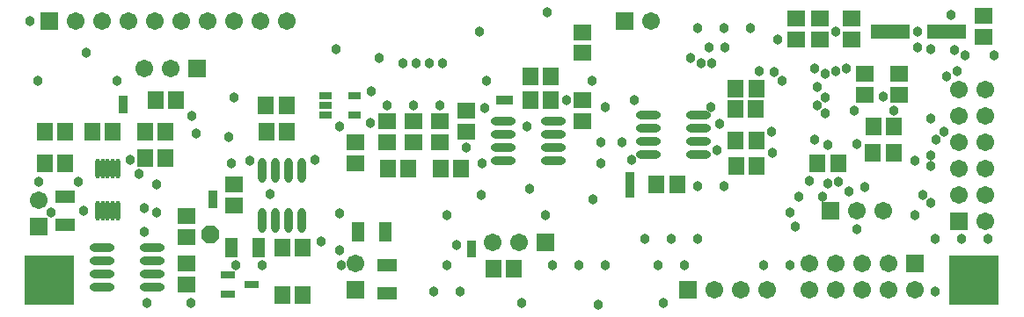
<source format=gbs>
G04 Layer_Color=16711935*
%FSLAX25Y25*%
%MOIN*%
G70*
G01*
G75*
%ADD44R,0.06706X0.06312*%
%ADD45P,0.07258X8X112.5*%
%ADD51R,0.06312X0.06706*%
%ADD52O,0.03162X0.09461*%
%ADD54R,0.05328X0.03162*%
%ADD57R,0.18800X0.18800*%
%ADD58C,0.06706*%
%ADD59R,0.06706X0.06706*%
%ADD60R,0.06706X0.06706*%
%ADD61C,0.03800*%
%ADD62R,0.03200X0.03200*%
%ADD63R,0.03200X0.03200*%
%ADD64O,0.09461X0.03162*%
%ADD65R,0.04737X0.03162*%
%ADD66R,0.14579X0.05524*%
%ADD67R,0.05131X0.07493*%
%ADD68R,0.07493X0.05131*%
%ADD69O,0.01981X0.07493*%
D44*
X170000Y75937D02*
D03*
Y68063D02*
D03*
X128000Y56063D02*
D03*
Y63937D02*
D03*
X214000Y105874D02*
D03*
Y98000D02*
D03*
Y72063D02*
D03*
Y79937D02*
D03*
X150000Y71937D02*
D03*
Y64063D02*
D03*
X160000D02*
D03*
Y71937D02*
D03*
X140000D02*
D03*
Y64063D02*
D03*
X366000Y111937D02*
D03*
Y104063D02*
D03*
X334000Y89937D02*
D03*
Y82063D02*
D03*
X321000Y89937D02*
D03*
Y82063D02*
D03*
X316000Y103063D02*
D03*
Y110937D02*
D03*
X304000D02*
D03*
Y103063D02*
D03*
X295000Y110937D02*
D03*
Y103063D02*
D03*
X64000Y17937D02*
D03*
Y10063D02*
D03*
Y28063D02*
D03*
Y35937D02*
D03*
X82000Y48000D02*
D03*
Y40126D02*
D03*
D45*
X73000Y29000D02*
D03*
D51*
X160126Y54000D02*
D03*
X168000D02*
D03*
X201937Y89000D02*
D03*
X194063D02*
D03*
Y80000D02*
D03*
X201937D02*
D03*
X242000Y48000D02*
D03*
X249874D02*
D03*
X101937Y68000D02*
D03*
X94063D02*
D03*
X140063Y54000D02*
D03*
X147937D02*
D03*
X94000Y78000D02*
D03*
X101874D02*
D03*
X324063Y70000D02*
D03*
X331937D02*
D03*
X331874Y60000D02*
D03*
X324000D02*
D03*
X303000Y56000D02*
D03*
X310874D02*
D03*
X279780Y84425D02*
D03*
X271905D02*
D03*
X279642Y76689D02*
D03*
X271768D02*
D03*
X279780Y64677D02*
D03*
X271905D02*
D03*
X279937Y55000D02*
D03*
X272063D02*
D03*
X188000Y16000D02*
D03*
X180126D02*
D03*
X100063Y6000D02*
D03*
X107937D02*
D03*
Y24000D02*
D03*
X100063D02*
D03*
X56000Y58000D02*
D03*
X48126D02*
D03*
X36000Y68000D02*
D03*
X28126D02*
D03*
X55937D02*
D03*
X48063D02*
D03*
X52063Y80000D02*
D03*
X59937D02*
D03*
X17937Y68000D02*
D03*
X10063D02*
D03*
Y56000D02*
D03*
X17937D02*
D03*
D52*
X107500Y53449D02*
D03*
X102500D02*
D03*
X97500D02*
D03*
X92500D02*
D03*
X107500Y34551D02*
D03*
X97500D02*
D03*
X102500D02*
D03*
X92500D02*
D03*
D54*
X88429Y10000D02*
D03*
X79571Y6260D02*
D03*
Y13740D02*
D03*
D57*
X362205Y11811D02*
D03*
X11811D02*
D03*
D58*
X366417Y34055D02*
D03*
Y44055D02*
D03*
X356417D02*
D03*
X366417Y54055D02*
D03*
X356417D02*
D03*
X366417Y64055D02*
D03*
X356417D02*
D03*
X366417Y74055D02*
D03*
X356417D02*
D03*
X366417Y84055D02*
D03*
X356417D02*
D03*
X8000Y42000D02*
D03*
X22000Y110000D02*
D03*
X42000D02*
D03*
X52000D02*
D03*
X62000D02*
D03*
X72000D02*
D03*
X82000D02*
D03*
X92000D02*
D03*
X102000D02*
D03*
X32000D02*
D03*
X48000Y92000D02*
D03*
X58000D02*
D03*
X180000Y26000D02*
D03*
X190000D02*
D03*
X240000Y110000D02*
D03*
X328000Y38000D02*
D03*
X318000D02*
D03*
X340000Y8000D02*
D03*
X330000Y18000D02*
D03*
Y8000D02*
D03*
X320000Y18000D02*
D03*
Y8000D02*
D03*
X310000Y18000D02*
D03*
Y8000D02*
D03*
X300000Y18000D02*
D03*
Y8000D02*
D03*
X264000D02*
D03*
X274000D02*
D03*
X284000D02*
D03*
X128000Y18000D02*
D03*
D59*
X356417Y34055D02*
D03*
X8000Y32000D02*
D03*
X128000Y8000D02*
D03*
D60*
X12000Y110000D02*
D03*
X68000Y92000D02*
D03*
X200000Y26000D02*
D03*
X230000Y110000D02*
D03*
X308000Y38000D02*
D03*
X340000Y18000D02*
D03*
X254000Y8000D02*
D03*
D61*
X370000Y97000D02*
D03*
X218000Y42500D02*
D03*
X175500Y44000D02*
D03*
X95500Y44500D02*
D03*
X134000Y83500D02*
D03*
X200500Y113500D02*
D03*
X233500Y80000D02*
D03*
X346000Y73000D02*
D03*
X294500Y32000D02*
D03*
X194000Y46500D02*
D03*
X23000Y49000D02*
D03*
X305000Y43500D02*
D03*
X300000Y49500D02*
D03*
X340000Y36500D02*
D03*
X328000Y81500D02*
D03*
X341000Y100000D02*
D03*
X318000Y63500D02*
D03*
X133500Y71500D02*
D03*
X200000Y36500D02*
D03*
X162500D02*
D03*
X120500Y99500D02*
D03*
X318000Y31000D02*
D03*
X346000Y55000D02*
D03*
X343000Y44000D02*
D03*
X346000Y59000D02*
D03*
Y41000D02*
D03*
X348000Y65000D02*
D03*
X359000Y97000D02*
D03*
X355000Y99000D02*
D03*
X352000Y89000D02*
D03*
X351000Y68000D02*
D03*
X289449Y87449D02*
D03*
X286402Y90598D02*
D03*
X288000Y103000D02*
D03*
X341000Y106000D02*
D03*
X268000Y100000D02*
D03*
X263000Y94000D02*
D03*
X259000D02*
D03*
X255000Y96000D02*
D03*
X317000Y76000D02*
D03*
X303000Y78000D02*
D03*
X306000Y81000D02*
D03*
Y75000D02*
D03*
X303000Y85000D02*
D03*
X332000Y76000D02*
D03*
X150000Y78000D02*
D03*
X302000Y65000D02*
D03*
X356000Y91000D02*
D03*
X340000Y57000D02*
D03*
X314000Y92000D02*
D03*
X310000Y106000D02*
D03*
X170000Y62000D02*
D03*
X122000Y70000D02*
D03*
X166200Y25200D02*
D03*
X81000Y56000D02*
D03*
X46000Y52000D02*
D03*
X8000Y49000D02*
D03*
X286000Y60000D02*
D03*
X266000Y71000D02*
D03*
X66000Y74000D02*
D03*
X137000Y96000D02*
D03*
X161000Y94000D02*
D03*
X175000Y106000D02*
D03*
X146000Y94000D02*
D03*
X151000D02*
D03*
X156000D02*
D03*
X48000Y39000D02*
D03*
Y30000D02*
D03*
X25000Y38000D02*
D03*
X122000Y23000D02*
D03*
X80000Y66000D02*
D03*
X140000Y78000D02*
D03*
X122000Y37000D02*
D03*
X221000Y56000D02*
D03*
X229000Y64000D02*
D03*
X176000Y56000D02*
D03*
X295756Y43244D02*
D03*
X281000Y91000D02*
D03*
X221000Y64000D02*
D03*
X193000Y70000D02*
D03*
X208000Y80000D02*
D03*
X177000Y77000D02*
D03*
X310000Y91000D02*
D03*
X302000Y92000D02*
D03*
X306000Y90000D02*
D03*
X262000Y100000D02*
D03*
X311000Y49000D02*
D03*
X160000Y78000D02*
D03*
X321000Y47000D02*
D03*
X265000Y61000D02*
D03*
X162500Y17500D02*
D03*
X157500Y7500D02*
D03*
X67500Y67500D02*
D03*
X12500Y37500D02*
D03*
X347500Y27500D02*
D03*
X242500Y17500D02*
D03*
X347500Y7500D02*
D03*
X237500Y27500D02*
D03*
X262500Y77500D02*
D03*
X257500Y27500D02*
D03*
X82500Y17500D02*
D03*
X367500Y27500D02*
D03*
X357500D02*
D03*
X277500Y107500D02*
D03*
X177500Y87500D02*
D03*
X292500Y17500D02*
D03*
X257500Y107500D02*
D03*
X42500Y57500D02*
D03*
X292500Y37500D02*
D03*
X282500Y17500D02*
D03*
X92500D02*
D03*
X267500Y107500D02*
D03*
X232500Y57500D02*
D03*
X112500D02*
D03*
X247500Y27500D02*
D03*
X217500Y87500D02*
D03*
X212500Y17500D02*
D03*
X52500Y37500D02*
D03*
X252500Y17500D02*
D03*
X202500D02*
D03*
X122500D02*
D03*
X37500Y87500D02*
D03*
X267500Y47500D02*
D03*
X7500Y87500D02*
D03*
X222500Y77500D02*
D03*
X257500Y47500D02*
D03*
X167500Y7500D02*
D03*
X222500Y17500D02*
D03*
X4500Y110000D02*
D03*
X52500Y48000D02*
D03*
X49000Y3000D02*
D03*
X65500D02*
D03*
X115000Y26500D02*
D03*
X88000Y57000D02*
D03*
X82000Y81000D02*
D03*
X26000Y98000D02*
D03*
X191000Y3000D02*
D03*
X220000Y2500D02*
D03*
X244500Y3000D02*
D03*
X315000Y45500D02*
D03*
X307000Y48500D02*
D03*
Y63000D02*
D03*
X285500Y68000D02*
D03*
X353500Y112500D02*
D03*
X346000Y99500D02*
D03*
D62*
X182800Y80000D02*
D03*
X186000D02*
D03*
D63*
X232000Y51200D02*
D03*
Y44800D02*
D03*
Y48000D02*
D03*
X172000Y25200D02*
D03*
Y22000D02*
D03*
X74000Y44000D02*
D03*
Y40800D02*
D03*
X40000Y76800D02*
D03*
Y80000D02*
D03*
D64*
X184000Y72000D02*
D03*
Y67000D02*
D03*
Y62000D02*
D03*
Y57000D02*
D03*
X202898Y72000D02*
D03*
Y62000D02*
D03*
Y67000D02*
D03*
Y57000D02*
D03*
X257732Y59240D02*
D03*
Y64240D02*
D03*
Y69240D02*
D03*
Y74240D02*
D03*
X238835Y59240D02*
D03*
Y69240D02*
D03*
Y64240D02*
D03*
Y74240D02*
D03*
X50898Y9000D02*
D03*
Y14000D02*
D03*
Y19000D02*
D03*
Y24000D02*
D03*
X32000Y9000D02*
D03*
Y19000D02*
D03*
Y14000D02*
D03*
Y24000D02*
D03*
D65*
X116587Y81740D02*
D03*
Y74260D02*
D03*
Y78000D02*
D03*
X127413Y81740D02*
D03*
Y74260D02*
D03*
D66*
X330347Y105999D02*
D03*
X352000Y106000D02*
D03*
D67*
X139315Y30000D02*
D03*
X128685D02*
D03*
X80685Y24000D02*
D03*
X91315D02*
D03*
D68*
X140000Y17315D02*
D03*
Y6685D02*
D03*
X18000Y32685D02*
D03*
Y43315D02*
D03*
D69*
X37937Y37929D02*
D03*
Y54071D02*
D03*
X35969D02*
D03*
X32032Y37929D02*
D03*
X35969D02*
D03*
X34000D02*
D03*
X30063D02*
D03*
X34000Y54071D02*
D03*
X32032D02*
D03*
X30063D02*
D03*
M02*

</source>
